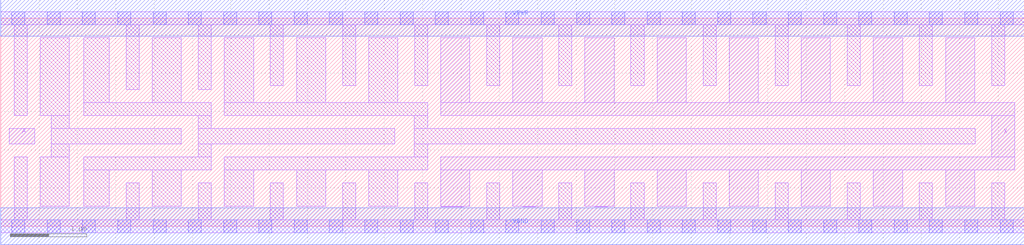
<source format=lef>
# Copyright 2020 The SkyWater PDK Authors
#
# Licensed under the Apache License, Version 2.0 (the "License");
# you may not use this file except in compliance with the License.
# You may obtain a copy of the License at
#
#     https://www.apache.org/licenses/LICENSE-2.0
#
# Unless required by applicable law or agreed to in writing, software
# distributed under the License is distributed on an "AS IS" BASIS,
# WITHOUT WARRANTIES OR CONDITIONS OF ANY KIND, either express or implied.
# See the License for the specific language governing permissions and
# limitations under the License.
#
# SPDX-License-Identifier: Apache-2.0

VERSION 5.7 ;
  NAMESCASESENSITIVE ON ;
  NOWIREEXTENSIONATPIN ON ;
  DIVIDERCHAR "/" ;
  BUSBITCHARS "[]" ;
UNITS
  DATABASE MICRONS 200 ;
END UNITS
PROPERTYDEFINITIONS
  MACRO maskLayoutSubType STRING ;
  MACRO prCellType STRING ;
  MACRO originalViewName STRING ;
END PROPERTYDEFINITIONS
MACRO sky130_fd_sc_hdll__bufbuf_16
  CLASS CORE ;
  FOREIGN sky130_fd_sc_hdll__bufbuf_16 ;
  ORIGIN  0.000000  0.000000 ;
  SIZE  13.34000 BY  2.720000 ;
  SYMMETRY X Y R90 ;
  SITE unithd ;
  PIN A
    ANTENNAGATEAREA  0.277500 ;
    DIRECTION INPUT ;
    USE SIGNAL ;
    PORT
      LAYER li1 ;
        RECT 0.110000 1.075000 0.440000 1.275000 ;
    END
  END A
  PIN X
    ANTENNADIFFAREA  4.016500 ;
    DIRECTION OUTPUT ;
    USE SIGNAL ;
    PORT
      LAYER li1 ;
        RECT  5.735000 0.255000  6.035000 0.260000 ;
        RECT  5.735000 0.260000  6.115000 0.735000 ;
        RECT  5.735000 0.735000 13.220000 0.905000 ;
        RECT  5.735000 1.445000 13.220000 1.615000 ;
        RECT  5.735000 1.615000  6.115000 2.465000 ;
        RECT  6.675000 0.260000  7.055000 0.735000 ;
        RECT  6.675000 1.615000  7.055000 2.465000 ;
        RECT  6.805000 0.255000  6.975000 0.260000 ;
        RECT  7.615000 0.260000  7.995000 0.735000 ;
        RECT  7.615000 1.615000  7.995000 2.465000 ;
        RECT  7.745000 0.255000  7.915000 0.260000 ;
        RECT  8.555000 0.260000  8.935000 0.735000 ;
        RECT  8.555000 1.615000  8.935000 2.465000 ;
        RECT  9.495000 0.260000  9.875000 0.735000 ;
        RECT  9.495000 1.615000  9.875000 2.465000 ;
        RECT 10.435000 0.260000 10.815000 0.735000 ;
        RECT 10.435000 1.615000 10.815000 2.465000 ;
        RECT 11.375000 0.260000 11.755000 0.735000 ;
        RECT 11.375000 1.615000 11.755000 2.465000 ;
        RECT 12.315000 0.260000 12.695000 0.735000 ;
        RECT 12.315000 1.615000 12.695000 2.465000 ;
        RECT 12.920000 0.905000 13.220000 1.445000 ;
    END
  END X
  PIN VGND
    DIRECTION INOUT ;
    USE GROUND ;
    PORT
      LAYER met1 ;
        RECT 0.000000 -0.240000 13.340000 0.240000 ;
    END
  END VGND
  PIN VPWR
    DIRECTION INOUT ;
    USE POWER ;
    PORT
      LAYER met1 ;
        RECT 0.000000 2.480000 13.340000 2.960000 ;
    END
  END VPWR
  OBS
    LAYER li1 ;
      RECT  0.000000 -0.085000 13.340000 0.085000 ;
      RECT  0.000000  2.635000 13.340000 2.805000 ;
      RECT  0.175000  0.085000  0.345000 0.905000 ;
      RECT  0.175000  1.445000  0.345000 2.635000 ;
      RECT  0.515000  0.260000  0.895000 0.905000 ;
      RECT  0.515000  1.445000  0.895000 2.465000 ;
      RECT  0.660000  0.905000  0.895000 1.075000 ;
      RECT  0.660000  1.075000  2.355000 1.275000 ;
      RECT  0.660000  1.275000  0.895000 1.445000 ;
      RECT  1.085000  0.260000  1.415000 0.735000 ;
      RECT  1.085000  0.735000  2.745000 0.905000 ;
      RECT  1.085000  1.445000  2.745000 1.615000 ;
      RECT  1.085000  1.615000  1.415000 2.465000 ;
      RECT  1.635000  0.085000  1.805000 0.565000 ;
      RECT  1.635000  1.785000  1.805000 2.635000 ;
      RECT  1.975000  0.260000  2.355000 0.735000 ;
      RECT  1.975000  1.615000  2.355000 2.465000 ;
      RECT  2.575000  0.085000  2.745000 0.565000 ;
      RECT  2.575000  0.905000  2.745000 1.075000 ;
      RECT  2.575000  1.075000  5.135000 1.275000 ;
      RECT  2.575000  1.275000  2.745000 1.445000 ;
      RECT  2.575000  1.785000  2.745000 2.635000 ;
      RECT  2.915000  0.260000  3.295000 0.735000 ;
      RECT  2.915000  0.735000  5.565000 0.905000 ;
      RECT  2.915000  1.445000  5.565000 1.615000 ;
      RECT  2.915000  1.615000  3.295000 2.465000 ;
      RECT  3.515000  0.085000  3.685000 0.565000 ;
      RECT  3.515000  1.835000  3.685000 2.635000 ;
      RECT  3.855000  0.260000  4.235000 0.735000 ;
      RECT  3.855000  1.615000  4.235000 2.465000 ;
      RECT  4.455000  0.085000  4.625000 0.565000 ;
      RECT  4.455000  1.835000  4.625000 2.635000 ;
      RECT  4.795000  0.260000  5.175000 0.735000 ;
      RECT  4.795000  1.615000  5.175000 2.465000 ;
      RECT  5.390000  0.905000  5.565000 1.075000 ;
      RECT  5.390000  1.075000 12.700000 1.275000 ;
      RECT  5.390000  1.275000  5.565000 1.445000 ;
      RECT  5.395000  0.085000  5.565000 0.565000 ;
      RECT  5.395000  1.835000  5.565000 2.635000 ;
      RECT  6.335000  0.085000  6.505000 0.565000 ;
      RECT  6.335000  1.835000  6.505000 2.635000 ;
      RECT  7.275000  0.085000  7.445000 0.565000 ;
      RECT  7.275000  1.835000  7.445000 2.635000 ;
      RECT  8.215000  0.085000  8.385000 0.565000 ;
      RECT  8.215000  1.835000  8.385000 2.635000 ;
      RECT  9.155000  0.085000  9.325000 0.565000 ;
      RECT  9.155000  1.835000  9.325000 2.635000 ;
      RECT 10.095000  0.085000 10.265000 0.565000 ;
      RECT 10.095000  1.835000 10.265000 2.635000 ;
      RECT 11.035000  0.085000 11.205000 0.565000 ;
      RECT 11.035000  1.835000 11.205000 2.635000 ;
      RECT 11.975000  0.085000 12.145000 0.565000 ;
      RECT 11.975000  1.835000 12.145000 2.635000 ;
      RECT 12.915000  0.085000 13.085000 0.565000 ;
      RECT 12.915000  1.835000 13.085000 2.635000 ;
    LAYER mcon ;
      RECT  0.145000 -0.085000  0.315000 0.085000 ;
      RECT  0.145000  2.635000  0.315000 2.805000 ;
      RECT  0.605000 -0.085000  0.775000 0.085000 ;
      RECT  0.605000  2.635000  0.775000 2.805000 ;
      RECT  1.065000 -0.085000  1.235000 0.085000 ;
      RECT  1.065000  2.635000  1.235000 2.805000 ;
      RECT  1.525000 -0.085000  1.695000 0.085000 ;
      RECT  1.525000  2.635000  1.695000 2.805000 ;
      RECT  1.985000 -0.085000  2.155000 0.085000 ;
      RECT  1.985000  2.635000  2.155000 2.805000 ;
      RECT  2.445000 -0.085000  2.615000 0.085000 ;
      RECT  2.445000  2.635000  2.615000 2.805000 ;
      RECT  2.905000 -0.085000  3.075000 0.085000 ;
      RECT  2.905000  2.635000  3.075000 2.805000 ;
      RECT  3.365000 -0.085000  3.535000 0.085000 ;
      RECT  3.365000  2.635000  3.535000 2.805000 ;
      RECT  3.825000 -0.085000  3.995000 0.085000 ;
      RECT  3.825000  2.635000  3.995000 2.805000 ;
      RECT  4.285000 -0.085000  4.455000 0.085000 ;
      RECT  4.285000  2.635000  4.455000 2.805000 ;
      RECT  4.745000 -0.085000  4.915000 0.085000 ;
      RECT  4.745000  2.635000  4.915000 2.805000 ;
      RECT  5.205000 -0.085000  5.375000 0.085000 ;
      RECT  5.205000  2.635000  5.375000 2.805000 ;
      RECT  5.665000 -0.085000  5.835000 0.085000 ;
      RECT  5.665000  2.635000  5.835000 2.805000 ;
      RECT  6.125000 -0.085000  6.295000 0.085000 ;
      RECT  6.125000  2.635000  6.295000 2.805000 ;
      RECT  6.585000 -0.085000  6.755000 0.085000 ;
      RECT  6.585000  2.635000  6.755000 2.805000 ;
      RECT  7.045000 -0.085000  7.215000 0.085000 ;
      RECT  7.045000  2.635000  7.215000 2.805000 ;
      RECT  7.505000 -0.085000  7.675000 0.085000 ;
      RECT  7.505000  2.635000  7.675000 2.805000 ;
      RECT  7.965000 -0.085000  8.135000 0.085000 ;
      RECT  7.965000  2.635000  8.135000 2.805000 ;
      RECT  8.425000 -0.085000  8.595000 0.085000 ;
      RECT  8.425000  2.635000  8.595000 2.805000 ;
      RECT  8.885000 -0.085000  9.055000 0.085000 ;
      RECT  8.885000  2.635000  9.055000 2.805000 ;
      RECT  9.345000 -0.085000  9.515000 0.085000 ;
      RECT  9.345000  2.635000  9.515000 2.805000 ;
      RECT  9.805000 -0.085000  9.975000 0.085000 ;
      RECT  9.805000  2.635000  9.975000 2.805000 ;
      RECT 10.265000 -0.085000 10.435000 0.085000 ;
      RECT 10.265000  2.635000 10.435000 2.805000 ;
      RECT 10.725000 -0.085000 10.895000 0.085000 ;
      RECT 10.725000  2.635000 10.895000 2.805000 ;
      RECT 11.185000 -0.085000 11.355000 0.085000 ;
      RECT 11.185000  2.635000 11.355000 2.805000 ;
      RECT 11.645000 -0.085000 11.815000 0.085000 ;
      RECT 11.645000  2.635000 11.815000 2.805000 ;
      RECT 12.105000 -0.085000 12.275000 0.085000 ;
      RECT 12.105000  2.635000 12.275000 2.805000 ;
      RECT 12.565000 -0.085000 12.735000 0.085000 ;
      RECT 12.565000  2.635000 12.735000 2.805000 ;
      RECT 13.025000 -0.085000 13.195000 0.085000 ;
      RECT 13.025000  2.635000 13.195000 2.805000 ;
  END
  PROPERTY maskLayoutSubType "abstract" ;
  PROPERTY prCellType "standard" ;
  PROPERTY originalViewName "layout" ;
END sky130_fd_sc_hdll__bufbuf_16

</source>
